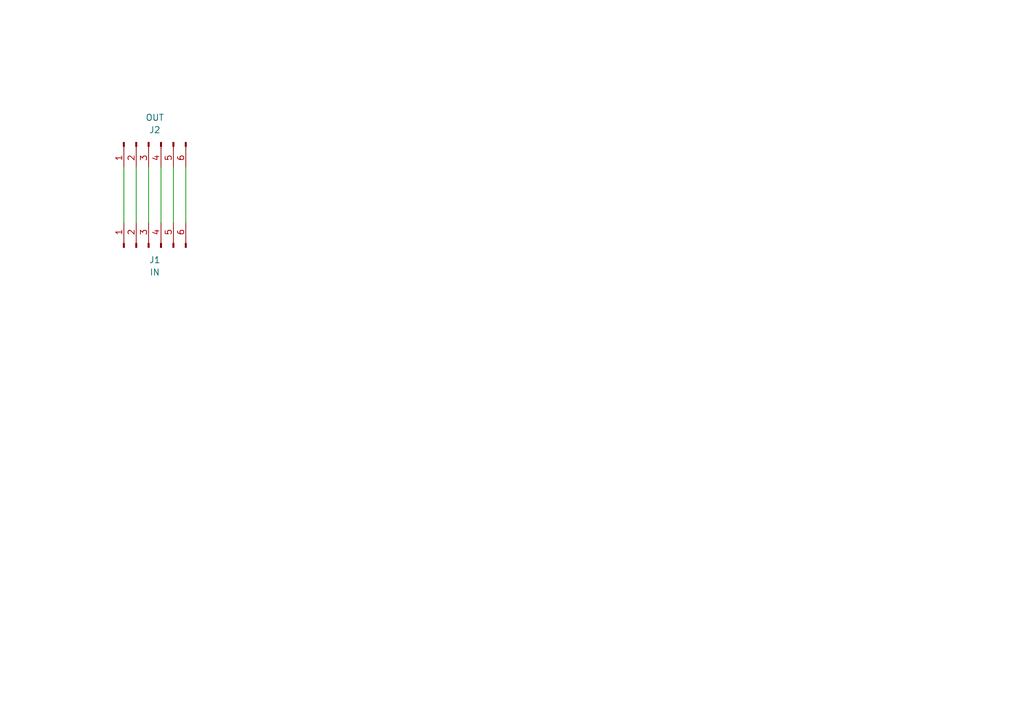
<source format=kicad_sch>
(kicad_sch
	(version 20231120)
	(generator "eeschema")
	(generator_version "8.0")
	(uuid "a8bb553a-255d-49c6-8026-39d8ec3eb8bd")
	(paper "A5")
	(title_block
		(title "Flexconnector Multicartridge")
		(date "2024-12-23")
	)
	(lib_symbols
		(symbol "Connector:Conn_01x06_Pin"
			(pin_names
				(offset 1.016) hide)
			(exclude_from_sim no)
			(in_bom yes)
			(on_board yes)
			(property "Reference" "J"
				(at 0 7.62 0)
				(effects
					(font
						(size 1.27 1.27)
					)
				)
			)
			(property "Value" "Conn_01x06_Pin"
				(at 0 -10.16 0)
				(effects
					(font
						(size 1.27 1.27)
					)
				)
			)
			(property "Footprint" ""
				(at 0 0 0)
				(effects
					(font
						(size 1.27 1.27)
					)
					(hide yes)
				)
			)
			(property "Datasheet" "~"
				(at 0 0 0)
				(effects
					(font
						(size 1.27 1.27)
					)
					(hide yes)
				)
			)
			(property "Description" "Generic connector, single row, 01x06, script generated"
				(at 0 0 0)
				(effects
					(font
						(size 1.27 1.27)
					)
					(hide yes)
				)
			)
			(property "ki_locked" ""
				(at 0 0 0)
				(effects
					(font
						(size 1.27 1.27)
					)
				)
			)
			(property "ki_keywords" "connector"
				(at 0 0 0)
				(effects
					(font
						(size 1.27 1.27)
					)
					(hide yes)
				)
			)
			(property "ki_fp_filters" "Connector*:*_1x??_*"
				(at 0 0 0)
				(effects
					(font
						(size 1.27 1.27)
					)
					(hide yes)
				)
			)
			(symbol "Conn_01x06_Pin_1_1"
				(polyline
					(pts
						(xy 1.27 -7.62) (xy 0.8636 -7.62)
					)
					(stroke
						(width 0.1524)
						(type default)
					)
					(fill
						(type none)
					)
				)
				(polyline
					(pts
						(xy 1.27 -5.08) (xy 0.8636 -5.08)
					)
					(stroke
						(width 0.1524)
						(type default)
					)
					(fill
						(type none)
					)
				)
				(polyline
					(pts
						(xy 1.27 -2.54) (xy 0.8636 -2.54)
					)
					(stroke
						(width 0.1524)
						(type default)
					)
					(fill
						(type none)
					)
				)
				(polyline
					(pts
						(xy 1.27 0) (xy 0.8636 0)
					)
					(stroke
						(width 0.1524)
						(type default)
					)
					(fill
						(type none)
					)
				)
				(polyline
					(pts
						(xy 1.27 2.54) (xy 0.8636 2.54)
					)
					(stroke
						(width 0.1524)
						(type default)
					)
					(fill
						(type none)
					)
				)
				(polyline
					(pts
						(xy 1.27 5.08) (xy 0.8636 5.08)
					)
					(stroke
						(width 0.1524)
						(type default)
					)
					(fill
						(type none)
					)
				)
				(rectangle
					(start 0.8636 -7.493)
					(end 0 -7.747)
					(stroke
						(width 0.1524)
						(type default)
					)
					(fill
						(type outline)
					)
				)
				(rectangle
					(start 0.8636 -4.953)
					(end 0 -5.207)
					(stroke
						(width 0.1524)
						(type default)
					)
					(fill
						(type outline)
					)
				)
				(rectangle
					(start 0.8636 -2.413)
					(end 0 -2.667)
					(stroke
						(width 0.1524)
						(type default)
					)
					(fill
						(type outline)
					)
				)
				(rectangle
					(start 0.8636 0.127)
					(end 0 -0.127)
					(stroke
						(width 0.1524)
						(type default)
					)
					(fill
						(type outline)
					)
				)
				(rectangle
					(start 0.8636 2.667)
					(end 0 2.413)
					(stroke
						(width 0.1524)
						(type default)
					)
					(fill
						(type outline)
					)
				)
				(rectangle
					(start 0.8636 5.207)
					(end 0 4.953)
					(stroke
						(width 0.1524)
						(type default)
					)
					(fill
						(type outline)
					)
				)
				(pin passive line
					(at 5.08 5.08 180)
					(length 3.81)
					(name "Pin_1"
						(effects
							(font
								(size 1.27 1.27)
							)
						)
					)
					(number "1"
						(effects
							(font
								(size 1.27 1.27)
							)
						)
					)
				)
				(pin passive line
					(at 5.08 2.54 180)
					(length 3.81)
					(name "Pin_2"
						(effects
							(font
								(size 1.27 1.27)
							)
						)
					)
					(number "2"
						(effects
							(font
								(size 1.27 1.27)
							)
						)
					)
				)
				(pin passive line
					(at 5.08 0 180)
					(length 3.81)
					(name "Pin_3"
						(effects
							(font
								(size 1.27 1.27)
							)
						)
					)
					(number "3"
						(effects
							(font
								(size 1.27 1.27)
							)
						)
					)
				)
				(pin passive line
					(at 5.08 -2.54 180)
					(length 3.81)
					(name "Pin_4"
						(effects
							(font
								(size 1.27 1.27)
							)
						)
					)
					(number "4"
						(effects
							(font
								(size 1.27 1.27)
							)
						)
					)
				)
				(pin passive line
					(at 5.08 -5.08 180)
					(length 3.81)
					(name "Pin_5"
						(effects
							(font
								(size 1.27 1.27)
							)
						)
					)
					(number "5"
						(effects
							(font
								(size 1.27 1.27)
							)
						)
					)
				)
				(pin passive line
					(at 5.08 -7.62 180)
					(length 3.81)
					(name "Pin_6"
						(effects
							(font
								(size 1.27 1.27)
							)
						)
					)
					(number "6"
						(effects
							(font
								(size 1.27 1.27)
							)
						)
					)
				)
			)
		)
	)
	(wire
		(pts
			(xy 33.02 34.29) (xy 33.02 45.72)
		)
		(stroke
			(width 0)
			(type default)
		)
		(uuid "44373994-28e5-4109-b00d-842f6a293475")
	)
	(wire
		(pts
			(xy 30.48 34.29) (xy 30.48 45.72)
		)
		(stroke
			(width 0)
			(type default)
		)
		(uuid "8c62bb87-4630-43ed-bde9-ba9fc0385ba8")
	)
	(wire
		(pts
			(xy 27.94 34.29) (xy 27.94 45.72)
		)
		(stroke
			(width 0)
			(type default)
		)
		(uuid "a8944c33-ffba-4e27-82dd-a555103eebd3")
	)
	(wire
		(pts
			(xy 25.4 34.29) (xy 25.4 45.72)
		)
		(stroke
			(width 0)
			(type default)
		)
		(uuid "ab79ef41-daf7-4803-bd47-a0c10a53c748")
	)
	(wire
		(pts
			(xy 38.1 34.29) (xy 38.1 45.72)
		)
		(stroke
			(width 0)
			(type default)
		)
		(uuid "b541650f-f3cb-43d3-b6e2-1b1e816b78b9")
	)
	(wire
		(pts
			(xy 35.56 34.29) (xy 35.56 45.72)
		)
		(stroke
			(width 0)
			(type default)
		)
		(uuid "e8c18ba1-1069-4f13-9944-5b8881811111")
	)
	(symbol
		(lib_id "Connector:Conn_01x06_Pin")
		(at 30.48 50.8 90)
		(unit 1)
		(exclude_from_sim no)
		(in_bom yes)
		(on_board yes)
		(dnp no)
		(fields_autoplaced yes)
		(uuid "2315c485-544a-400d-ada6-05225378b77d")
		(property "Reference" "J1"
			(at 31.75 53.34 90)
			(effects
				(font
					(size 1.27 1.27)
				)
			)
		)
		(property "Value" "IN"
			(at 31.75 55.88 90)
			(effects
				(font
					(size 1.27 1.27)
				)
			)
		)
		(property "Footprint" "Connector_PinHeader_2.54mm:PinHeader_1x06_P2.54mm_Vertical"
			(at 30.48 50.8 0)
			(effects
				(font
					(size 1.27 1.27)
				)
				(hide yes)
			)
		)
		(property "Datasheet" "~"
			(at 30.48 50.8 0)
			(effects
				(font
					(size 1.27 1.27)
				)
				(hide yes)
			)
		)
		(property "Description" "Generic connector, single row, 01x06, script generated"
			(at 30.48 50.8 0)
			(effects
				(font
					(size 1.27 1.27)
				)
				(hide yes)
			)
		)
		(pin "2"
			(uuid "c0655a55-4291-417b-a62f-bfc3ac344576")
		)
		(pin "3"
			(uuid "25eedaca-a6f2-4fd9-b607-800e9135ee41")
		)
		(pin "4"
			(uuid "2e1dd5a7-48ff-4c8e-8103-6994f75395dd")
		)
		(pin "1"
			(uuid "bc9ddb80-b9c6-4dde-b27e-b411e82b4f3a")
		)
		(pin "6"
			(uuid "9dbb3d92-77b1-4c6b-9845-ed51eb8b6460")
		)
		(pin "5"
			(uuid "d36e21ff-86db-4712-8fcb-f60ce6006c98")
		)
		(instances
			(project "flexconnector"
				(path "/a8bb553a-255d-49c6-8026-39d8ec3eb8bd"
					(reference "J1")
					(unit 1)
				)
			)
		)
	)
	(symbol
		(lib_id "Connector:Conn_01x06_Pin")
		(at 30.48 29.21 90)
		(mirror x)
		(unit 1)
		(exclude_from_sim no)
		(in_bom yes)
		(on_board yes)
		(dnp no)
		(uuid "e1483c02-39cb-4fea-86af-61f277f40ed2")
		(property "Reference" "J2"
			(at 31.75 26.67 90)
			(effects
				(font
					(size 1.27 1.27)
				)
			)
		)
		(property "Value" "OUT"
			(at 31.75 24.13 90)
			(effects
				(font
					(size 1.27 1.27)
				)
			)
		)
		(property "Footprint" "Connector_PinHeader_2.54mm:PinHeader_1x06_P2.54mm_Vertical"
			(at 30.48 29.21 0)
			(effects
				(font
					(size 1.27 1.27)
				)
				(hide yes)
			)
		)
		(property "Datasheet" "~"
			(at 30.48 29.21 0)
			(effects
				(font
					(size 1.27 1.27)
				)
				(hide yes)
			)
		)
		(property "Description" "Generic connector, single row, 01x06, script generated"
			(at 30.48 29.21 0)
			(effects
				(font
					(size 1.27 1.27)
				)
				(hide yes)
			)
		)
		(pin "2"
			(uuid "c84a10c8-e6fc-4ac8-9a21-64dce66c8764")
		)
		(pin "3"
			(uuid "8a63ba60-bfec-402e-a630-732dea2386ec")
		)
		(pin "4"
			(uuid "8c5958fa-2fef-462a-9719-3ed2415d44b0")
		)
		(pin "1"
			(uuid "98267fcc-eb46-42a9-8712-bd89905a3211")
		)
		(pin "6"
			(uuid "3bec1ccd-f3ac-4d34-8470-20dd2598e33c")
		)
		(pin "5"
			(uuid "41347f97-9b88-428a-b371-0809cedcb84d")
		)
		(instances
			(project "flexconnector"
				(path "/a8bb553a-255d-49c6-8026-39d8ec3eb8bd"
					(reference "J2")
					(unit 1)
				)
			)
		)
	)
	(sheet_instances
		(path "/"
			(page "1")
		)
	)
)

</source>
